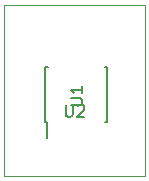
<source format=gbr>
G04 #@! TF.GenerationSoftware,KiCad,Pcbnew,(5.1.5)-3*
G04 #@! TF.CreationDate,2020-05-06T05:02:29-04:00*
G04 #@! TF.ProjectId,pi1541translator,70693135-3431-4747-9261-6e736c61746f,rev?*
G04 #@! TF.SameCoordinates,Original*
G04 #@! TF.FileFunction,Legend,Top*
G04 #@! TF.FilePolarity,Positive*
%FSLAX46Y46*%
G04 Gerber Fmt 4.6, Leading zero omitted, Abs format (unit mm)*
G04 Created by KiCad (PCBNEW (5.1.5)-3) date 2020-05-06 05:02:29*
%MOMM*%
%LPD*%
G04 APERTURE LIST*
%ADD10C,0.150000*%
%ADD11C,0.120000*%
G04 APERTURE END LIST*
D10*
X146854000Y-51982000D02*
X146979000Y-51982000D01*
X146854000Y-47332000D02*
X147079000Y-47332000D01*
X152104000Y-47332000D02*
X151879000Y-47332000D01*
X152104000Y-51982000D02*
X151879000Y-51982000D01*
X146854000Y-51982000D02*
X146854000Y-47332000D01*
X152104000Y-51982000D02*
X152104000Y-47332000D01*
X146979000Y-51982000D02*
X146979000Y-53332000D01*
D11*
X143379501Y-42097001D02*
X155317501Y-42097001D01*
X155317501Y-42097001D02*
X155317501Y-56575001D01*
X155317501Y-56575001D02*
X143379501Y-56575001D01*
X143379501Y-56575001D02*
X143379501Y-42097001D01*
D10*
X148994880Y-50545904D02*
X149804404Y-50545904D01*
X149899642Y-50498285D01*
X149947261Y-50450666D01*
X149994880Y-50355428D01*
X149994880Y-50164952D01*
X149947261Y-50069714D01*
X149899642Y-50022095D01*
X149804404Y-49974476D01*
X148994880Y-49974476D01*
X149994880Y-48974476D02*
X149994880Y-49545904D01*
X149994880Y-49260190D02*
X148994880Y-49260190D01*
X149137738Y-49355428D01*
X149232976Y-49450666D01*
X149280595Y-49545904D01*
X148586596Y-50558381D02*
X148586596Y-51367905D01*
X148634215Y-51463143D01*
X148681834Y-51510762D01*
X148777072Y-51558381D01*
X148967548Y-51558381D01*
X149062786Y-51510762D01*
X149110405Y-51463143D01*
X149158024Y-51367905D01*
X149158024Y-50558381D01*
X149586596Y-50653620D02*
X149634215Y-50606001D01*
X149729453Y-50558381D01*
X149967548Y-50558381D01*
X150062786Y-50606001D01*
X150110405Y-50653620D01*
X150158024Y-50748858D01*
X150158024Y-50844096D01*
X150110405Y-50986953D01*
X149538977Y-51558381D01*
X150158024Y-51558381D01*
M02*

</source>
